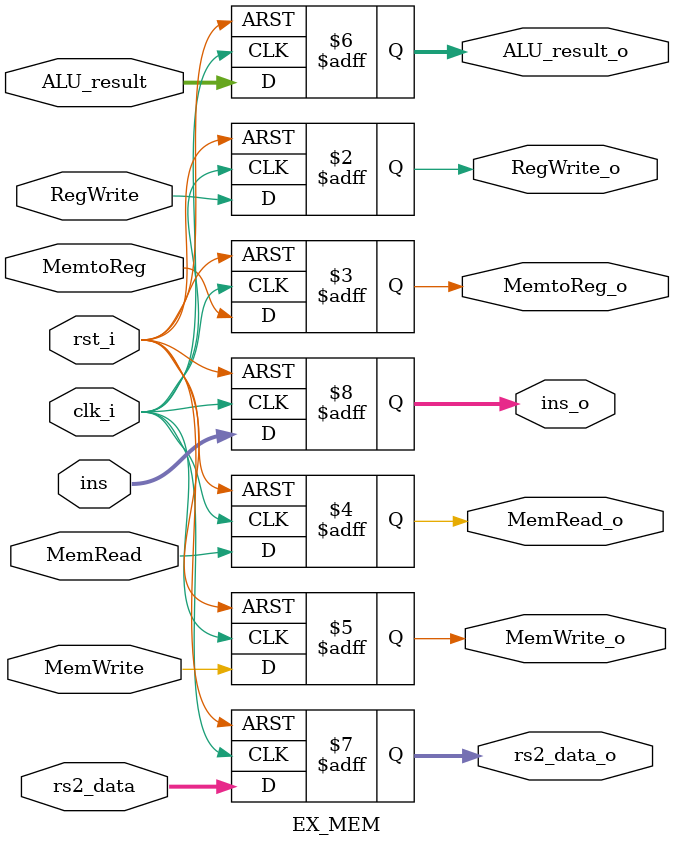
<source format=v>
module EX_MEM(
    clk_i,
    rst_i,
    RegWrite,
    MemtoReg,
    MemRead,
    MemWrite,
    ALU_result,
    ins,
    rs2_data,
    RegWrite_o,
    MemtoReg_o,
    MemRead_o,
    MemWrite_o,
    ALU_result_o,
    rs2_data_o,
    ins_o
);

input clk_i;
input rst_i;
input RegWrite;
input MemtoReg;
input MemRead;
input MemWrite;
input [31:0] ALU_result;
input [31:0] rs2_data;
input [4:0] ins;
output RegWrite_o;
output MemtoReg_o;
output MemRead_o;
output MemWrite_o;
output [31:0] ALU_result_o;
output [31:0] rs2_data_o;
output [4:0] ins_o;

reg RegWrite_o, MemtoReg_o, MemRead_o,MemWrite_o;
reg [4:0] ins_o;
reg [31:0] ALU_result_o, rs2_data_o;

always@(posedge clk_i or posedge rst_i)begin
    if(rst_i)begin
        RegWrite_o <= 1'b0;
        MemtoReg_o <= 1'b0;
        MemRead_o <= 1'b0;
        MemWrite_o <= 1'b0;
        ALU_result_o <= 32'b0;
        rs2_data_o <= 32'b0;
        ins_o <= 5'b0;            
    end
    else begin
        RegWrite_o <= RegWrite;
        MemtoReg_o <= MemtoReg;
        MemRead_o <= MemRead;
        MemWrite_o <= MemWrite;
        ALU_result_o <= ALU_result;
        rs2_data_o <= rs2_data;
        ins_o <= ins;        
    end
end 
endmodule
</source>
